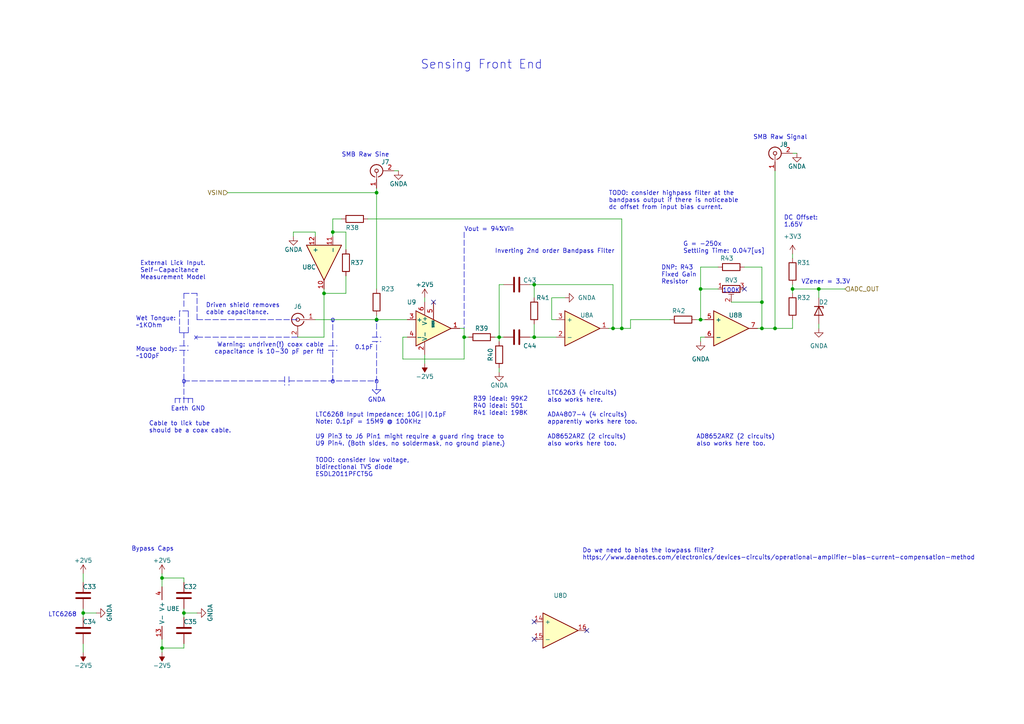
<source format=kicad_sch>
(kicad_sch (version 20211123) (generator eeschema)
  (paper "A4")
  (lib_symbols
    (symbol "Amplifier_Operational:LTC6268xS6-10" (pin_names (offset 0.127))
      (property "Reference" "U" (at 3.81 10.795 0))
      (property "Value" "LTC6268xS6-10" (at 0 13.335 0))
      (symbol "LTC6268xS6-10_1_1"
        (polyline (pts (xy -5.08 5.08) (xy -5.08 -5.08) (xy 5.08 0) (xy -5.08 5.08)) (stroke (width 0.254)) (fill (type background)))
        (pin output line (at 7.62 0 180) (length 2.54) (name "~") (number "1"))
        (pin power_in line (at -2.54 -7.62 90) (length 3.81) (name "V-") (number "2"))
        (pin input line (at -7.62 2.54 0) (length 2.54) (name "+") (number "3"))
        (pin input line (at -7.62 -2.54 0) (length 2.54) (name "-") (number "4"))
        (pin input line (at 0 7.62 270) (length 5.08) (name "~{SHDN}") (number "5"))
        (pin power_in line (at -2.54 7.62 270) (length 3.81) (name "V+") (number "6"))
      )
    )
    (symbol "Connector:Conn_Coaxial" (pin_names (offset 1.016) hide)
      (property "Reference" "J" (at 0.254 3.048 0))
      (property "Value" "Conn_Coaxial" (at 2.921 0 90))
      (symbol "Conn_Coaxial_0_1"
        (arc (start -1.778 -0.508) (mid 0.2311 -1.8066) (end 1.778 0) (stroke (width 0.254)))
        (polyline (pts (xy -2.54 0) (xy -0.508 0)))
        (polyline (pts (xy 0 -2.54) (xy 0 -1.778)))
        (circle (center 0 0) (radius 0.508) (stroke (width 0.2032)))
        (arc (start 1.778 0) (mid 0.2099 1.8101) (end -1.778 0.508) (stroke (width 0.254)))
      )
      (symbol "Conn_Coaxial_1_1"
        (pin passive line (at -5.08 0 0) (length 2.54) (name "In") (number "1"))
        (pin passive line (at 0 -5.08 90) (length 2.54) (name "Ext") (number "2"))
      )
    )
    (symbol "Device:C" (pin_numbers hide) (pin_names (offset 0.254))
      (property "Reference" "C" (at 0.635 2.54 0))
      (property "Value" "C" (at 0.635 -2.54 0))
      (symbol "C_0_1"
        (polyline (pts (xy -2.032 -0.762) (xy 2.032 -0.762)) (stroke (width 0.508)))
        (polyline (pts (xy -2.032 0.762) (xy 2.032 0.762)) (stroke (width 0.508)))
      )
      (symbol "C_1_1"
        (pin passive line (at 0 3.81 270) (length 2.794) (name "~") (number "1"))
        (pin passive line (at 0 -3.81 90) (length 2.794) (name "~") (number "2"))
      )
    )
    (symbol "Device:R" (pin_numbers hide) (pin_names (offset 0))
      (property "Reference" "R" (at 2.032 0 90))
      (property "Value" "R" (at 0 0 90))
      (symbol "R_0_1"
        (rectangle (start -1.016 -2.54) (end 1.016 2.54) (stroke (width 0.254)))
      )
      (symbol "R_1_1"
        (pin passive line (at 0 3.81 270) (length 1.27) (name "~") (number "1"))
        (pin passive line (at 0 -3.81 90) (length 1.27) (name "~") (number "2"))
      )
    )
    (symbol "Device:R_Potentiometer_Trim" (pin_names (offset 1.016) hide)
      (property "Reference" "RV" (at -4.445 0 90))
      (property "Value" "R_Potentiometer_Trim" (at -2.54 0 90))
      (symbol "R_Potentiometer_Trim_0_1"
        (polyline (pts (xy 1.524 0.762) (xy 1.524 -0.762)))
        (polyline (pts (xy 2.54 0) (xy 1.524 0)))
        (rectangle (start 1.016 2.54) (end -1.016 -2.54) (stroke (width 0.254)))
      )
      (symbol "R_Potentiometer_Trim_1_1"
        (pin passive line (at 0 3.81 270) (length 1.27) (name "1") (number "1"))
        (pin passive line (at 3.81 0 180) (length 1.27) (name "2") (number "2"))
        (pin passive line (at 0 -3.81 90) (length 1.27) (name "3") (number "3"))
      )
    )
    (symbol "Diode:BZV55B3V3" (pin_numbers hide) (pin_names hide)
      (property "Reference" "D" (at 0 2.54 0))
      (property "Value" "BZV55B3V3" (at 0 -2.54 0))
      (symbol "BZV55B3V3_0_1"
        (polyline (pts (xy 1.27 0) (xy -1.27 0)))
        (polyline (pts (xy -1.27 -1.27) (xy -1.27 1.27) (xy -0.762 1.27)) (stroke (width 0.254)))
        (polyline (pts (xy 1.27 -1.27) (xy 1.27 1.27) (xy -1.27 0) (xy 1.27 -1.27)) (stroke (width 0.254)))
      )
      (symbol "BZV55B3V3_1_1"
        (pin passive line (at -3.81 0 0) (length 2.54) (name "K") (number "1"))
        (pin passive line (at 3.81 0 180) (length 2.54) (name "A") (number "2"))
      )
    )
    (symbol "machine_agency_components:LTC6263"
      (property "Reference" "U" (at 2.54 -3.81 0))
      (property "Value" "LTC6263" (at 6.35 3.81 0))
      (symbol "LTC6263_1_1"
        (polyline (pts (xy -2.54 5.08) (xy 7.62 0) (xy -2.54 -5.08) (xy -2.54 5.08)) (stroke (width 0.254)) (fill (type background)))
        (pin output line (at 10.16 0 180) (length 2.54) (name "~") (number "1"))
        (pin input line (at -5.08 -2.54 0) (length 2.54) (name "-") (number "2"))
        (pin input line (at -5.08 2.54 0) (length 2.54) (name "+") (number "3"))
      )
      (symbol "LTC6263_2_1"
        (polyline (pts (xy -2.54 5.08) (xy 7.62 0) (xy -2.54 -5.08) (xy -2.54 5.08)) (stroke (width 0.254)) (fill (type background)))
        (pin input line (at -5.08 2.54 0) (length 2.54) (name "+") (number "5"))
        (pin input line (at -5.08 -2.54 0) (length 2.54) (name "-") (number "6"))
        (pin output line (at 10.16 0 180) (length 2.54) (name "~") (number "7"))
      )
      (symbol "LTC6263_3_1"
        (polyline (pts (xy -2.54 5.08) (xy 7.62 0) (xy -2.54 -5.08) (xy -2.54 5.08)) (stroke (width 0.254)) (fill (type background)))
        (pin output line (at 10.16 0 180) (length 2.54) (name "~") (number "10"))
        (pin input line (at -5.08 -2.54 0) (length 2.54) (name "-") (number "11"))
        (pin input line (at -5.08 2.54 0) (length 2.54) (name "+") (number "12"))
      )
      (symbol "LTC6263_4_1"
        (polyline (pts (xy -2.54 -5.08) (xy 7.62 0) (xy -2.54 5.08) (xy -2.54 -5.08)) (stroke (width 0.254)) (fill (type background)))
        (pin input line (at -5.08 2.54 0) (length 2.54) (name "+") (number "14"))
        (pin input line (at -5.08 -2.54 0) (length 2.54) (name "-") (number "15"))
        (pin output line (at 10.16 0 180) (length 2.54) (name "~") (number "16"))
      )
      (symbol "LTC6263_5_1"
        (pin power_in line (at 0 -7.62 90) (length 3.81) (name "V-") (number "13"))
        (pin power_in line (at 0 7.62 270) (length 3.81) (name "V+") (number "4"))
        (pin no_connect line (at 0 -0.635 0) (length 2.54) hide (name "NC") (number "8"))
        (pin no_connect line (at 0 0.635 0) (length 2.54) hide (name "NC") (number "9"))
      )
    )
    (symbol "power:+2V5" (power) (pin_names (offset 0))
      (property "Value" "+2V5" (at 0 3.556 0))
      (symbol "+2V5_0_1"
        (polyline (pts (xy -0.762 1.27) (xy 0 2.54)))
        (polyline (pts (xy 0 0) (xy 0 2.54)))
        (polyline (pts (xy 0 2.54) (xy 0.762 1.27)))
      )
      (symbol "+2V5_1_1"
        (pin power_in line (at 0 0 90) (length 0) hide (name "+2V5") (number "1"))
      )
    )
    (symbol "power:+3V3" (power) (pin_names (offset 0))
      (property "Value" "+3V3" (at 0 3.556 0))
      (symbol "+3V3_0_1"
        (polyline (pts (xy -0.762 1.27) (xy 0 2.54)))
        (polyline (pts (xy 0 0) (xy 0 2.54)))
        (polyline (pts (xy 0 2.54) (xy 0.762 1.27)))
      )
      (symbol "+3V3_1_1"
        (pin power_in line (at 0 0 90) (length 0) hide (name "+3V3") (number "1"))
      )
    )
    (symbol "power:-2V5" (power) (pin_names (offset 0))
      (property "Value" "-2V5" (at 0 3.81 0))
      (symbol "-2V5_0_0"
        (pin power_in line (at 0 0 90) (length 0) hide (name "-2V5") (number "1"))
      )
      (symbol "-2V5_0_1"
        (polyline (pts (xy 0 0) (xy 0 1.27) (xy 0.762 1.27) (xy 0 2.54) (xy -0.762 1.27) (xy 0 1.27)) (fill (type outline)))
      )
    )
    (symbol "power:GNDA" (power) (pin_names (offset 0))
      (property "Value" "GNDA" (at 0 -3.81 0))
      (symbol "GNDA_0_1"
        (polyline (pts (xy 0 0) (xy 0 -1.27) (xy 1.27 -1.27) (xy 0 -2.54) (xy -1.27 -1.27) (xy 0 -1.27)))
      )
      (symbol "GNDA_1_1"
        (pin power_in line (at 0 0 270) (length 0) hide (name "GNDA") (number "1"))
      )
    )
  )
  (junction (at 229.87 83.82))
  (junction (at 220.98 87.63))
  (junction (at 237.49 83.82))
  (junction (at 24.13 177.8))
  (junction (at 144.78 97.79))
  (junction (at 220.98 95.25))
  (junction (at 224.79 95.25))
  (junction (at 154.94 97.79))
  (junction (at 93.98 85.09))
  (junction (at 46.99 187.96))
  (junction (at 177.8 95.25))
  (junction (at 134.62 97.79))
  (junction (at 46.99 167.64))
  (junction (at 203.2 83.82))
  (junction (at 203.2 92.71))
  (junction (at 53.34 177.8))
  (junction (at 109.22 55.88))
  (junction (at 154.94 82.55))
  (junction (at 180.34 95.25))
  (junction (at 109.22 92.71))
  (junction (at 96.52 67.31))
  (no_connect (at 125.73 87.63))
  (no_connect (at 154.94 185.42))
  (no_connect (at 170.18 182.88))
  (no_connect (at 154.94 180.34))
  (no_connect (at 215.9 83.82))
  (wire (pts (xy 229.87 95.25) (xy 224.79 95.25)))
  (wire (pts (xy 229.87 83.82) (xy 229.87 85.09)))
  (wire (pts (xy 180.34 63.5) (xy 180.34 95.25)))
  (wire (pts (xy 161.29 92.71) (xy 160.02 92.71)))
  (polyline (pts (xy 53.34 88.9) (xy 53.34 85.09)))
  (wire (pts (xy 154.94 97.79) (xy 161.29 97.79)))
  (wire (pts (xy 144.78 106.68) (xy 144.78 107.95)))
  (wire (pts (xy 220.98 77.47) (xy 220.98 87.63)))
  (wire (pts (xy 24.13 186.69) (xy 24.13 189.23)))
  (wire (pts (xy 46.99 189.23) (xy 46.99 187.96)))
  (wire (pts (xy 208.28 77.47) (xy 203.2 77.47)))
  (polyline (pts (xy 83.82 110.49) (xy 109.22 110.49)))
  (wire (pts (xy 123.19 102.87) (xy 123.19 105.41)))
  (wire (pts (xy 144.78 97.79) (xy 146.05 97.79)))
  (polyline (pts (xy 83.82 109.22) (xy 83.82 111.76)))
  (polyline (pts (xy 107.95 97.79) (xy 110.49 97.79)))
  (wire (pts (xy 146.05 82.55) (xy 144.78 82.55)))
  (wire (pts (xy 134.62 95.25) (xy 134.62 97.79)))
  (wire (pts (xy 96.52 67.31) (xy 96.52 68.58)))
  (wire (pts (xy 143.51 97.79) (xy 144.78 97.79)))
  (polyline (pts (xy 52.07 115.57) (xy 52.07 116.84)))
  (polyline (pts (xy 52.07 96.52) (xy 53.34 96.52)))
  (polyline (pts (xy 52.07 100.33) (xy 54.61 100.33)))
  (polyline (pts (xy 134.62 67.31) (xy 134.62 95.25)))
  (polyline (pts (xy 96.52 100.33) (xy 96.52 100.33)))
  (wire (pts (xy 154.94 82.55) (xy 154.94 86.36)))
  (polyline (pts (xy 54.61 115.57) (xy 55.88 115.57)))
  (wire (pts (xy 116.84 104.14) (xy 134.62 104.14)))
  (wire (pts (xy 177.8 82.55) (xy 177.8 95.25)))
  (wire (pts (xy 123.19 86.36) (xy 123.19 87.63)))
  (polyline (pts (xy 53.34 101.6) (xy 53.34 110.49)))
  (wire (pts (xy 91.44 92.71) (xy 109.22 92.71)))
  (wire (pts (xy 134.62 104.14) (xy 134.62 97.79)))
  (polyline (pts (xy 57.15 92.71) (xy 57.15 85.09)))
  (wire (pts (xy 154.94 93.98) (xy 154.94 97.79)))
  (wire (pts (xy 182.88 92.71) (xy 194.31 92.71)))
  (wire (pts (xy 53.34 168.91) (xy 53.34 167.64)))
  (wire (pts (xy 109.22 55.88) (xy 109.22 83.82)))
  (polyline (pts (xy 82.55 109.22) (xy 82.55 111.76)))
  (polyline (pts (xy 57.15 85.09) (xy 53.34 85.09)))
  (wire (pts (xy 237.49 83.82) (xy 245.11 83.82)))
  (wire (pts (xy 53.34 186.69) (xy 53.34 187.96)))
  (polyline (pts (xy 95.25 101.6) (xy 97.79 101.6)))
  (polyline (pts (xy 109.22 114.3) (xy 110.49 113.03)))
  (polyline (pts (xy 109.22 114.3) (xy 107.95 113.03)))
  (polyline (pts (xy 57.15 92.71) (xy 86.36 92.71)))
  (wire (pts (xy 109.22 54.61) (xy 109.22 55.88)))
  (wire (pts (xy 160.02 92.71) (xy 160.02 86.36)))
  (polyline (pts (xy 57.15 97.79) (xy 86.36 97.79)))
  (wire (pts (xy 215.9 77.47) (xy 220.98 77.47)))
  (polyline (pts (xy 53.34 110.49) (xy 82.55 110.49)))
  (wire (pts (xy 53.34 177.8) (xy 57.15 177.8)))
  (wire (pts (xy 100.33 72.39) (xy 100.33 67.31)))
  (wire (pts (xy 100.33 67.31) (xy 96.52 67.31)))
  (wire (pts (xy 109.22 91.44) (xy 109.22 92.71)))
  (wire (pts (xy 53.34 177.8) (xy 53.34 179.07)))
  (wire (pts (xy 46.99 166.37) (xy 46.99 167.64)))
  (wire (pts (xy 134.62 97.79) (xy 135.89 97.79)))
  (wire (pts (xy 99.06 63.5) (xy 96.52 63.5)))
  (polyline (pts (xy 52.07 101.6) (xy 54.61 101.6)))
  (wire (pts (xy 133.35 95.25) (xy 134.62 95.25)))
  (wire (pts (xy 100.33 85.09) (xy 93.98 85.09)))
  (polyline (pts (xy 53.34 115.57) (xy 53.34 116.84)))
  (polyline (pts (xy 55.88 115.57) (xy 55.88 116.84)))
  (wire (pts (xy 144.78 99.06) (xy 144.78 97.79)))
  (wire (pts (xy 212.09 87.63) (xy 220.98 87.63)))
  (wire (pts (xy 106.68 63.5) (xy 180.34 63.5)))
  (wire (pts (xy 24.13 166.37) (xy 24.13 168.91)))
  (wire (pts (xy 96.52 63.5) (xy 96.52 67.31)))
  (wire (pts (xy 203.2 97.79) (xy 203.2 99.06)))
  (polyline (pts (xy 95.25 100.33) (xy 97.79 100.33)))
  (polyline (pts (xy 54.61 96.52) (xy 54.61 90.17)))
  (wire (pts (xy 224.79 49.53) (xy 224.79 95.25)))
  (wire (pts (xy 116.84 97.79) (xy 116.84 104.14)))
  (wire (pts (xy 182.88 92.71) (xy 182.88 95.25)))
  (wire (pts (xy 154.94 97.79) (xy 153.67 97.79)))
  (wire (pts (xy 203.2 92.71) (xy 204.47 92.71)))
  (wire (pts (xy 144.78 82.55) (xy 144.78 97.79)))
  (polyline (pts (xy 50.8 115.57) (xy 50.8 116.84)))
  (wire (pts (xy 220.98 95.25) (xy 220.98 87.63)))
  (wire (pts (xy 203.2 92.71) (xy 203.2 83.82)))
  (polyline (pts (xy 53.34 100.33) (xy 53.34 96.52)))
  (wire (pts (xy 229.87 83.82) (xy 237.49 83.82)))
  (wire (pts (xy 66.04 55.88) (xy 109.22 55.88)))
  (wire (pts (xy 154.94 82.55) (xy 177.8 82.55)))
  (wire (pts (xy 237.49 83.82) (xy 237.49 86.36)))
  (wire (pts (xy 85.09 67.31) (xy 85.09 68.58)))
  (wire (pts (xy 237.49 93.98) (xy 237.49 95.25)))
  (wire (pts (xy 229.87 44.45) (xy 231.14 44.45)))
  (polyline (pts (xy 53.34 96.52) (xy 54.61 96.52)))
  (wire (pts (xy 46.99 167.64) (xy 53.34 167.64)))
  (wire (pts (xy 160.02 86.36) (xy 163.83 86.36)))
  (wire (pts (xy 46.99 185.42) (xy 46.99 187.96)))
  (wire (pts (xy 180.34 95.25) (xy 182.88 95.25)))
  (polyline (pts (xy 109.22 113.03) (xy 109.22 99.06)))
  (wire (pts (xy 201.93 92.71) (xy 203.2 92.71)))
  (wire (pts (xy 153.67 82.55) (xy 154.94 82.55)))
  (wire (pts (xy 93.98 85.09) (xy 93.98 97.79)))
  (polyline (pts (xy 50.8 115.57) (xy 54.61 115.57)))
  (wire (pts (xy 177.8 95.25) (xy 176.53 95.25)))
  (wire (pts (xy 203.2 77.47) (xy 203.2 83.82)))
  (polyline (pts (xy 53.34 110.49) (xy 53.34 115.57)))
  (wire (pts (xy 219.71 95.25) (xy 220.98 95.25)))
  (wire (pts (xy 229.87 73.66) (xy 229.87 74.93)))
  (polyline (pts (xy 96.52 110.49) (xy 96.52 101.6)))
  (polyline (pts (xy 54.61 115.57) (xy 54.61 116.84)))
  (polyline (pts (xy 109.22 97.79) (xy 109.22 92.71)))
  (polyline (pts (xy 109.22 97.79) (xy 109.22 97.79)))
  (wire (pts (xy 177.8 95.25) (xy 180.34 95.25)))
  (polyline (pts (xy 110.49 113.03) (xy 107.95 113.03)))
  (wire (pts (xy 229.87 92.71) (xy 229.87 95.25)))
  (wire (pts (xy 203.2 97.79) (xy 204.47 97.79)))
  (wire (pts (xy 116.84 97.79) (xy 118.11 97.79)))
  (wire (pts (xy 24.13 176.53) (xy 24.13 177.8)))
  (wire (pts (xy 46.99 187.96) (xy 53.34 187.96)))
  (polyline (pts (xy 107.95 99.06) (xy 110.49 99.06)))
  (polyline (pts (xy 96.52 100.33) (xy 96.52 92.71)))
  (wire (pts (xy 93.98 83.82) (xy 93.98 85.09)))
  (wire (pts (xy 109.22 92.71) (xy 118.11 92.71)))
  (polyline (pts (xy 54.61 90.17) (xy 52.07 90.17)))
  (wire (pts (xy 229.87 82.55) (xy 229.87 83.82)))
  (wire (pts (xy 46.99 167.64) (xy 46.99 170.18)))
  (wire (pts (xy 24.13 177.8) (xy 24.13 179.07)))
  (wire (pts (xy 91.44 67.31) (xy 85.09 67.31)))
  (wire (pts (xy 53.34 176.53) (xy 53.34 177.8)))
  (wire (pts (xy 86.36 97.79) (xy 93.98 97.79)))
  (polyline (pts (xy 52.07 90.17) (xy 52.07 96.52)))
  (wire (pts (xy 220.98 95.25) (xy 224.79 95.25)))
  (wire (pts (xy 100.33 80.01) (xy 100.33 85.09)))
  (wire (pts (xy 24.13 177.8) (xy 27.94 177.8)))
  (wire (pts (xy 208.28 83.82) (xy 203.2 83.82)))
  (wire (pts (xy 91.44 67.31) (xy 91.44 68.58)))
  (wire (pts (xy 114.3 49.53) (xy 115.57 49.53)))
  (text "GNDA" (at 106.68 116.84 0) (effects (font (size 1.27 1.27)) (justify left bottom)))
  (text "0.1pF" (at 102.87 101.6 0) (effects (font (size 1.27 1.27)) (justify left bottom)))
  (text "LTC6268 Input Impedance: 10G||0.1pF\nNote: 0.1pF = 15M9 @ 100KHz" (at 91.44 123.19 0) (effects (font (size 1.27 1.27)) (justify left bottom)))
  (text "TODO: consider low voltage, \nbidirectional TVS diode\nESDL2011PFCT5G" (at 91.44 138.43 0) (effects (font (size 1.27 1.27)) (justify left bottom)))
  (text "LTC6263 (4 circuits) \nalso works here." (at 158.75 116.84 0) (effects (font (size 1.27 1.27)) (justify left bottom)))
  (text "AD8652ARZ (2 circuits) \nalso works here too." (at 201.93 129.54 0) (effects (font (size 1.27 1.27)) (justify left bottom)))
  (text "Inverting 2nd order Bandpass Filter" (at 143.51 73.66 0) (effects (font (size 1.27 1.27)) (justify left bottom)))
  (text "o" (at 95.758 93.726 0) (effects (font (size 1.5 1.5)) (justify left bottom)))
  (text "U9 Pin3 to J6 Pin1 might require a guard ring trace to\nU9 Pin4. (Both sides, no soldermask, no ground plane.)" (at 91.44 129.54 0) (effects (font (size 1.27 1.27)) (justify left bottom)))
  (text "Earth GND" (at 49.53 119.38 0) (effects (font (size 1.27 1.27)) (justify left bottom)))
  (text "VZener = 3.3V" (at 232.41 82.55 0) (effects (font (size 1.27 1.27)) (justify left bottom)))
  (text "TODO: consider highpass filter at the \nbandpass output if there is noticeable \ndc offset from input bias current." (at 176.53 60.96 0) (effects (font (size 1.27 1.27)) (justify left bottom)))
  (text "\nWet Tongue:\n~1KOhm" (at 39.37 95.25 0) (effects (font (size 1.27 1.27)) (justify left bottom)))
  (text "o" (at 108.458 93.726 0) (effects (font (size 1.5 1.5)) (justify left bottom)))
  (text "SMB Raw Signal" (at 218.44 40.64 0) (effects (font (size 1.27 1.27)) (justify left bottom)))
  (text "External Lick Input.\nSelf-Capacitance\nMeasurement Model" (at 40.64 81.28 0) (effects (font (size 1.27 1.27)) (justify left bottom)))
  (text "AD8652ARZ (2 circuits) \nalso works here too." (at 158.75 129.54 0) (effects (font (size 1.27 1.27)) (justify left bottom)))
  (text "Do we need to bias the lowpass filter?\nhttps://www.daenotes.com/electronics/devices-circuits/operational-amplifier-bias-current-compensation-method" (at 168.91 162.56 0) (effects (font (size 1.27 1.27)) (justify left bottom)))
  (text "o" (at 52.578 111.506 0) (effects (font (size 1.5 1.5)) (justify left bottom)))
  (text "Mouse body:\n~100pF" (at 39.37 104.14 0) (effects (font (size 1.27 1.27)) (justify left bottom)))
  (text "Vout = 94%Vin" (at 134.62 67.31 0) (effects (font (size 1.27 1.27)) (justify left bottom)))
  (text "LTC6268" (at 13.97 179.07 0) (effects (font (size 1.27 1.27)) (justify left bottom)))
  (text "G = -250x\nSettling Time: 0.047[us]" (at 198.12 73.66 0) (effects (font (size 1.27 1.27)) (justify left bottom)))
  (text "SMB Raw Sine" (at 99.06 45.72 0) (effects (font (size 1.27 1.27)) (justify left bottom)))
  (text "Sensing Front End" (at 121.92 20.32 0) (effects (font (size 2.54 2.54)) (justify left bottom)))
  (text "Bypass Caps" (at 38.1 160.02 0) (effects (font (size 1.27 1.27)) (justify left bottom)))
  (text "100K" (at 209.55 85.09 0) (effects (font (size 1.27 1.27)) (justify left bottom)))
  (text "Driven shield removes\ncable capacitance." (at 59.69 91.44 0) (effects (font (size 1.27 1.27)) (justify left bottom)))
  (text "Cable to lick tube \nshould be a coax cable." (at 43.18 125.73 0) (effects (font (size 1.27 1.27)) (justify left bottom)))
  (text "Warning: undriven(!) coax cable\ncapacitance is 10-30 pF per ft!" (at 93.98 102.87 0) (effects (font (size 1.27 1.27)) (justify right bottom)))
  (text "o" (at 108.458 111.506 0) (effects (font (size 1.5 1.5)) (justify left bottom)))
  (text "o" (at 95.758 111.506 0) (effects (font (size 1.5 1.5)) (justify left bottom)))
  (text "x" (at 56.134 98.806 0) (effects (font (size 1.5 1.5)) (justify left bottom)))
  (text "ADA4807-4 (4 circuits) \napparently works here too." (at 158.75 123.19 0) (effects (font (size 1.27 1.27)) (justify left bottom)))
  (text "DC Offset:\n1.65V\n" (at 227.33 66.04 0) (effects (font (size 1.27 1.27)) (justify left bottom)))
  (text "DNP: R43\nFixed Gain\nResistor" (at 191.77 82.55 0) (effects (font (size 1.27 1.27)) (justify left bottom)))
  (text "R39 ideal: 99K2\nR40 ideal: 501\nR41 ideal: 198K" (at 137.16 120.65 0) (effects (font (size 1.27 1.27)) (justify left bottom)))
  (hierarchical_label "VSIN" (shape input) (at 66.04 55.88 180))
  (hierarchical_label "ADC_OUT" (shape input) (at 245.11 83.82 0))
  (symbol (lib_id "Device:R") (at 212.09 77.47 90) (mirror x) (unit 1)
    (property "Reference" "R43" (at 210.82 74.93 90))
    (property "Datasheet" "https://www.te.com/usa-en/product-2-2176326-0.datasheet.pdf" (effects hide))
    (property "Link" "https://www.digikey.com/en/products/detail/te-connectivity-passive-product/CRGP0603F390R/8577013" (effects hide))
    (property "Manufacturer" "TE Connectivity Passive Product" (effects hide))
    (property "Manufacturer Number" "CRGP0603F390R" (effects hide))
    (property "Tolerance" "1%" (effects hide))
  )
  (symbol (lib_id "Device:C") (at 24.13 172.72 180) (unit 1)
    (property "Reference" "C33" (at 27.94 170.18 0) (effects (justify left)))
    (property "Datasheet" "https://media.digikey.com/pdf/Data%20Sheets/Samsung%20PDFs/CL10B104KB8NNWC_Spec.pdf" (effects hide))
    (property "Link" "https://www.digikey.com/en/products/detail/samsung-electro-mechanics/CL10B104KB8NNWC/3887593" (effects hide))
    (property "Manufacturer" "Samsung Electro-Mechanics" (effects hide))
    (property "Manufacturer Number" "CL10B104KB8NNWC" (effects hide))
    (property "Rated Voltage" "50V" (effects hide))
    (property "Temperature Coefficient" "X7R" (effects hide))
    (property "Tolerance" "10%" (effects hide))
  )
  (symbol (lib_id "Amplifier_Operational:LTC6268xS6-10") (at 125.73 95.25 0) (unit 1)
    (property "Reference" "U9" (at 119.38 87.63 0))
    (property "Datasheet" "https://www.analog.com/media/en/technical-documentation/data-sheets/626810f.pdf" (effects hide))
    (property "Link" "https://www.digikey.com/en/products/detail/analog-devices-inc/LTC6268IS6-TRMPBF/5030349" (effects hide))
  )
  (symbol (lib_id "Device:R_Potentiometer_Trim") (at 212.09 83.82 90) (mirror x) (unit 1)
    (property "Reference" "RV3" (at 212.09 81.28 90))
    (property "Datasheet" "https://www.bourns.com/docs/Product-Datasheets/3314.pdf" (effects hide))
    (property "Link" "https://www.digikey.com/en/products/detail/bourns-inc/3314G-2-104E/2536123" (effects hide))
    (property "Manufacturer" "Bourns Inc." (effects hide))
    (property "Manufacturer Number" "3314G-2-104E" (effects hide))
  )
  (symbol (lib_id "power:-2V5") (at 24.13 189.23 180) (unit 1)
    (property "Reference" "#PWR0185" (effects hide))
    (property "Value" "-2V5" (at 24.13 193.04 0))
  )
  (symbol (lib_id "power:GNDA") (at 115.57 49.53 0) (unit 1)
    (property "Reference" "#PWR0180" (effects hide))
    (property "Value" "GNDA" (at 115.57 53.34 0))
  )
  (symbol (lib_id "Device:R") (at 139.7 97.79 90) (unit 1)
    (property "Reference" "R39" (at 139.7 95.25 90))
    (property "Datasheet" "https://www.koaspeer.com/pdfs/RN73H.pdf" (effects hide))
    (property "Link" "https://www.digikey.com/en/products/detail/koa-speer-electronics-inc/RN73H1JTTD9882B25/10681865" (effects hide))
    (property "Tolerance" "0.1%" (effects hide))
    (property "Manufacturer" "KOA Spear Electronics, Inc." (effects hide))
    (property "Manufacturer Number" "RN73H1JTTD9882B25" (effects hide))
    (property "Notes" "ideally would be 99K2" (effects hide))
  )
  (symbol (lib_id "machine_agency_components:LTC6263") (at 209.55 95.25 0) (unit 2)
    (property "Reference" "U8" (at 213.36 91.44 0))
    (property "Datasheet" "https://www.analog.com/media/en/technical-documentation/data-sheets/626123fa.pdf" (effects hide))
  )
  (symbol (lib_id "power:+3V3") (at 229.87 73.66 0) (unit 1)
    (property "Reference" "#PWR0178" (effects hide))
    (property "Value" "+3V3" (at 229.87 68.58 0))
  )
  (symbol (lib_id "power:+2V5") (at 46.99 166.37 0) (unit 1)
    (property "Reference" "#PWR05" (effects hide))
    (property "Value" "+2V5" (at 46.99 162.56 0))
  )
  (symbol (lib_id "power:GNDA") (at 231.14 44.45 0) (unit 1)
    (property "Reference" "#PWR0179" (effects hide))
    (property "Value" "GNDA" (at 231.14 48.26 0))
  )
  (symbol (lib_id "power:GNDA") (at 27.94 177.8 90) (unit 1)
    (property "Reference" "#PWR0186" (effects hide))
    (property "Value" "GNDA" (at 31.75 180.34 0) (effects (justify left)))
  )
  (symbol (lib_id "power:-2V5") (at 123.19 105.41 180) (unit 1)
    (property "Reference" "#PWR0174" (effects hide))
    (property "Value" "-2V5" (at 123.19 109.22 0))
  )
  (symbol (lib_id "power:-2V5") (at 46.99 189.23 180) (unit 1)
    (property "Reference" "#PWR06" (effects hide))
    (property "Value" "-2V5" (at 46.99 193.04 0))
  )
  (symbol (lib_id "power:GNDA") (at 144.78 107.95 0) (unit 1)
    (property "Reference" "#PWR04" (effects hide))
    (property "Value" "GNDA" (at 144.78 111.76 0))
  )
  (symbol (lib_id "Device:C") (at 53.34 172.72 180) (unit 1)
    (property "Reference" "C32" (at 57.15 170.18 0) (effects (justify left)))
    (property "Datasheet" "https://media.digikey.com/pdf/Data%20Sheets/Samsung%20PDFs/CL10B104KB8NNWC_Spec.pdf" (effects hide))
    (property "Link" "https://www.digikey.com/en/products/detail/samsung-electro-mechanics/CL10B104KB8NNWC/3887593" (effects hide))
    (property "Manufacturer" "Samsung Electro-Mechanics" (effects hide))
    (property "Manufacturer Number" "CL10B104KB8NNWC" (effects hide))
    (property "Rated Voltage" "50V" (effects hide))
    (property "Temperature Coefficient" "X7R" (effects hide))
    (property "Tolerance" "10%" (effects hide))
  )
  (symbol (lib_id "Device:R") (at 154.94 90.17 180) (unit 1)
    (property "Reference" "R41" (at 157.48 86.36 0))
    (property "Datasheet" "https://www.yageo.com/upload/media/product/productsearch/datasheet/rchip/PYu-RT_1-to-0.01_RoHS_L_15.pdf" (effects hide))
    (property "Link" "https://www.digikey.com/en/products/detail/yageo/RT0603BRD07200KL/1072345" (effects hide))
    (property "Manufacturer" "Yageo" (effects hide))
    (property "Manufacturer Number" "RT0603BRD07200KL" (effects hide))
    (property "Notes" "ideally would be 198K" (effects hide))
    (property "Tolerance" "0.1%" (effects hide))
  )
  (symbol (lib_id "power:GNDA") (at 85.09 68.58 0) (unit 1)
    (property "Reference" "#PWR03" (effects hide))
    (property "Value" "GNDA" (at 85.09 72.39 0))
  )
  (symbol (lib_id "Connector:Conn_Coaxial") (at 109.22 49.53 90) (unit 1)
    (property "Reference" "J7" (at 111.76 46.99 90))
    (property "Datasheet" "https://media.digikey.com/pdf/Data%20Sheets/Amphenol%20PDFs/SMA%20Brass%20PCB%20Angle.pdf" (effects hide))
    (property "Link" "https://www.digikey.com/en/products/detail/amphenol-rf/901-143-6RFX/272190" (effects hide))
    (property "Manufacturer" "Amphenol RF" (effects hide))
    (property "Manufacturer Number" "901-143-6RFX" (effects hide))
  )
  (symbol (lib_id "Device:C") (at 53.34 182.88 180) (unit 1)
    (property "Reference" "C35" (at 57.15 180.34 0) (effects (justify left)))
    (property "Datasheet" "https://media.digikey.com/pdf/Data%20Sheets/Samsung%20PDFs/CL10B104KB8NNWC_Spec.pdf" (effects hide))
    (property "Link" "https://www.digikey.com/en/products/detail/samsung-electro-mechanics/CL10B104KB8NNWC/3887593" (effects hide))
    (property "Manufacturer" "Samsung Electro-Mechanics" (effects hide))
    (property "Manufacturer Number" "CL10B104KB8NNWC" (effects hide))
    (property "Rated Voltage" "50V" (effects hide))
    (property "Temperature Coefficient" "X7R" (effects hide))
    (property "Tolerance" "10%" (effects hide))
  )
  (symbol (lib_id "power:GNDA") (at 237.49 95.25 0) (unit 1)
    (property "Reference" "#PWR0182" (effects hide))
    (property "Value" "GNDA" (at 237.49 100.33 0))
  )
  (symbol (lib_id "machine_agency_components:LTC6263") (at 166.37 95.25 0) (unit 1)
    (property "Reference" "U8" (at 170.18 91.44 0))
    (property "Datasheet" "https://www.analog.com/media/en/technical-documentation/data-sheets/626123fa.pdf" (effects hide))
  )
  (symbol (lib_id "Device:C") (at 24.13 182.88 180) (unit 1)
    (property "Reference" "C34" (at 27.94 180.34 0) (effects (justify left)))
    (property "Datasheet" "https://media.digikey.com/pdf/Data%20Sheets/Samsung%20PDFs/CL10B104KB8NNWC_Spec.pdf" (effects hide))
    (property "Link" "https://www.digikey.com/en/products/detail/samsung-electro-mechanics/CL10B104KB8NNWC/3887593" (effects hide))
    (property "Manufacturer" "Samsung Electro-Mechanics" (effects hide))
    (property "Manufacturer Number" "CL10B104KB8NNWC" (effects hide))
    (property "Rated Voltage" "50V" (effects hide))
    (property "Temperature Coefficient" "X7R" (effects hide))
    (property "Tolerance" "10%" (effects hide))
  )
  (symbol (lib_id "Device:R") (at 109.22 87.63 0) (unit 1)
    (property "Reference" "R23" (at 110.49 83.82 0) (effects (justify left)))
    (property "Datasheet" "https://www.te.com/usa-en/product-6-2176326-1.datasheet.pdf" (effects hide))
    (property "Link" "https://www.digikey.com/en/products/detail/te-connectivity-passive-product/CRGP0603F1M0/8577054" (effects hide))
    (property "Manufacturer" "TE Connectivity Passive Product" (effects hide))
    (property "Manufacturer Number" "CRGP0603F1M0" (effects hide))
    (property "Tolerance" "1%" (effects hide))
  )
  (symbol (lib_id "Device:R") (at 144.78 102.87 180) (unit 1)
    (property "Reference" "R40" (at 142.24 102.87 90))
    (property "Datasheet" "https://www.yageo.com/upload/media/product/productsearch/datasheet/rchip/PYu-RT_1-to-0.01_RoHS_L_15.pdf" (effects hide))
    (property "Tolerance" "0.1%" (effects hide))
    (property "Notes" "Ideally would be 501" (effects hide))
    (property "Link" "https://www.digikey.com/en/products/detail/yageo/RT0603BRC07500RL/7708292" (effects hide))
    (property "Manufacturer" "Yageo" (effects hide))
    (property "Manufacturer Number" "RT0603BRC07500RL" (effects hide))
  )
  (symbol (lib_id "machine_agency_components:LTC6263") (at 93.98 73.66 90) (mirror x) (unit 3)
    (property "Reference" "U8" (at 87.63 77.47 90) (effects (justify right)))
    (property "Datasheet" "https://www.analog.com/media/en/technical-documentation/data-sheets/626123fa.pdf" (effects hide))
  )
  (symbol (lib_id "Device:R") (at 198.12 92.71 90) (unit 1)
    (property "Reference" "R42" (at 196.85 90.17 90))
    (property "Datasheet" "https://www.te.com/usa-en/product-2-2176326-0.datasheet.pdf" (effects hide))
    (property "Link" "https://www.digikey.com/en/products/detail/te-connectivity-passive-product/CRGP0603F390R/8577013" (effects hide))
    (property "Manufacturer" "TE Connectivity Passive Product" (effects hide))
    (property "Manufacturer Number" "CRGP0603F390R" (effects hide))
    (property "Tolerance" "1%" (effects hide))
  )
  (symbol (lib_id "power:GNDA") (at 203.2 99.06 0) (unit 1)
    (property "Reference" "#PWR0183" (effects hide))
    (property "Value" "GNDA" (at 203.2 104.14 0))
  )
  (symbol (lib_id "Device:R") (at 229.87 78.74 0) (unit 1)
    (property "Reference" "R31" (at 231.14 76.2 0) (effects (justify left)))
    (property "Datasheet" "https://www.te.com/usa-en/product-3-2176326-3.datasheet.pdf" (effects hide))
    (property "Link" "https://www.digikey.com/en/products/detail/te-connectivity-passive-product/CRGP0603F4K7/8577026" (effects hide))
    (property "Manufacturer" "TE Connectivity Passive Product" (effects hide))
    (property "Manufacturer Number" "CRGP0603F4K7" (effects hide))
    (property "Tolerance" "1%" (effects hide))
  )
  (symbol (lib_id "power:+2V5") (at 24.13 166.37 0) (unit 1)
    (property "Reference" "#PWR0187" (effects hide))
    (property "Value" "+2V5" (at 24.13 162.56 0))
  )
  (symbol (lib_id "machine_agency_components:LTC6263") (at 46.99 177.8 0) (unit 5)
    (property "Reference" "U8" (at 48.26 176.53 0) (effects (justify left)))
    (property "Datasheet" "https://www.analog.com/media/en/technical-documentation/data-sheets/626123fa.pdf" (effects hide))
  )
  (symbol (lib_id "Device:R") (at 100.33 76.2 0) (unit 1)
    (property "Reference" "R37" (at 101.6 76.2 0) (effects (justify left)))
    (property "Datasheet" "https://www.koaspeer.com/pdfs/SG73P.pdf" (effects hide))
    (property "Link" "https://www.digikey.com/en/products/detail/koa-speer-electronics-inc/SG73P1EWTTP1002F/14316756" (effects hide))
    (property "Manufacturer" "KOA Speer Electronics, Inc." (effects hide))
    (property "Manufacturer Number" "SG73P1EWTTP1002F" (effects hide))
  )
  (symbol (lib_id "machine_agency_components:LTC6263") (at 160.02 182.88 0) (unit 4)
    (property "Reference" "U8" (at 162.56 172.72 0))
    (property "Datasheet" "https://www.analog.com/media/en/technical-documentation/data-sheets/626123fa.pdf" (effects hide))
  )
  (symbol (lib_id "Diode:BZV55B3V3") (at 237.49 90.17 270) (unit 1)
    (property "Reference" "D2" (at 237.49 87.63 90) (effects (justify left)))
    (property "Datasheet" "https://www.mouser.com/datasheet/2/916/BZX384_Q_SER-2721638.pdf" (effects hide))
    (property "Link" "https://www.mouser.com/ProductDetail/Nexperia/BZX384-A3V3-QX?qs=A6eO%252BMLsxmSaoVS%252Bp79ZRg%3D%3D" (effects hide))
    (property "Manufacturer" "Nexperia" (effects hide))
    (property "Manufacturer Number" "BZX384-A3V3-QX" (effects hide))
    (property "Tolerance" "1%" (effects hide))
  )
  (symbol (lib_id "Device:C") (at 149.86 82.55 90) (unit 1)
    (property "Reference" "C43" (at 153.67 81.28 90))
    (property "Link" "https://www.digikey.com/en/products/detail/murata-electronics/GCM1555C1H161FA16D/11618546" (effects hide))
    (property "Manufacturer" "Murata Electronics" (effects hide))
    (property "Manufacturer Number" "GCM1555C1H161FA16D" (effects hide))
    (property "Rated Voltage" "50V" (effects hide))
    (property "Temperature Coefficient" "C0G, NP0" (effects hide))
    (property "Tolerance" "1%" (effects hide))
  )
  (symbol (lib_id "power:GNDA") (at 57.15 177.8 90) (unit 1)
    (property "Reference" "#PWR0177" (effects hide))
    (property "Value" "GNDA" (at 60.96 180.34 0) (effects (justify left)))
  )
  (symbol (lib_id "Connector:Conn_Coaxial") (at 224.79 44.45 90) (unit 1)
    (property "Reference" "J8" (at 227.33 41.91 90))
    (property "Datasheet" "https://media.digikey.com/pdf/Data%20Sheets/Amphenol%20PDFs/SMA%20Brass%20PCB%20Angle.pdf" (effects hide))
    (property "Link" "https://www.digikey.com/en/products/detail/amphenol-rf/901-143-6RFX/272190" (effects hide))
    (property "Manufacturer" "Amphenol RF" (effects hide))
    (property "Manufacturer Number" "901-143-6RFX" (effects hide))
  )
  (symbol (lib_id "Connector:Conn_Coaxial") (at 86.36 92.71 0) (mirror y) (unit 1)
    (property "Reference" "J6" (at 86.36 88.9 0))
    (property "Datasheet" "https://tools.molex.com/pdm_docs/sd/731000105_sd.pdf" (effects hide))
    (property "Link" "https://www.digikey.com/en/products/detail/molex/0731000105/1465146" (effects hide))
    (property "Manufacturer" "Molex" (effects hide))
    (property "Manufacturer Number" "0731000105" (effects hide))
  )
  (symbol (lib_id "Device:R") (at 229.87 88.9 0) (unit 1)
    (property "Reference" "R32" (at 231.14 86.36 0) (effects (justify left)))
    (property "Datasheet" "https://www.te.com/usa-en/product-3-2176326-3.datasheet.pdf" (effects hide))
    (property "Link" "https://www.digikey.com/en/products/detail/te-connectivity-passive-product/CRGP0603F4K7/8577026" (effects hide))
    (property "Manufacturer" "TE Connectivity Passive Product" (effects hide))
    (property "Manufacturer Number" "CRGP0603F4K7" (effects hide))
    (property "Tolerance" "1%" (effects hide))
  )
  (symbol (lib_id "Device:R") (at 102.87 63.5 90) (unit 1)
    (property "Reference" "R38" (at 104.14 66.04 90) (effects (justify left)))
    (property "Datasheet" "https://www.koaspeer.com/pdfs/SG73P.pdf" (effects hide))
    (property "Link" "https://www.digikey.com/en/products/detail/koa-speer-electronics-inc/SG73P1EWTTP1002F/14316756" (effects hide))
    (property "Manufacturer" "KOA Speer Electronics, Inc." (effects hide))
    (property "Manufacturer Number" "SG73P1EWTTP1002F" (effects hide))
  )
  (symbol (lib_id "power:GNDA") (at 163.83 86.36 90) (unit 1)
    (property "Reference" "#PWR07" (effects hide))
    (property "Value" "GNDA" (at 170.18 86.36 90))
  )
  (symbol (lib_id "power:+2V5") (at 123.19 86.36 0) (unit 1)
    (property "Reference" "#PWR0176" (effects hide))
    (property "Value" "+2V5" (at 123.19 82.55 0))
  )
  (symbol (lib_id "Device:C") (at 149.86 97.79 90) (unit 1)
    (property "Reference" "C44" (at 153.67 100.33 90))
    (property "Link" "https://www.digikey.com/en/products/detail/murata-electronics/GCM1555C1H161FA16D/11618546" (effects hide))
    (property "Manufacturer" "Murata Electronics" (effects hide))
    (property "Manufacturer Number" "GCM1555C1H161FA16D" (effects hide))
    (property "Rated Voltage" "50V" (effects hide))
    (property "Temperature Coefficient" "C0G, NP0" (effects hide))
    (property "Tolerance" "1%" (effects hide))
  )
)
</source>
